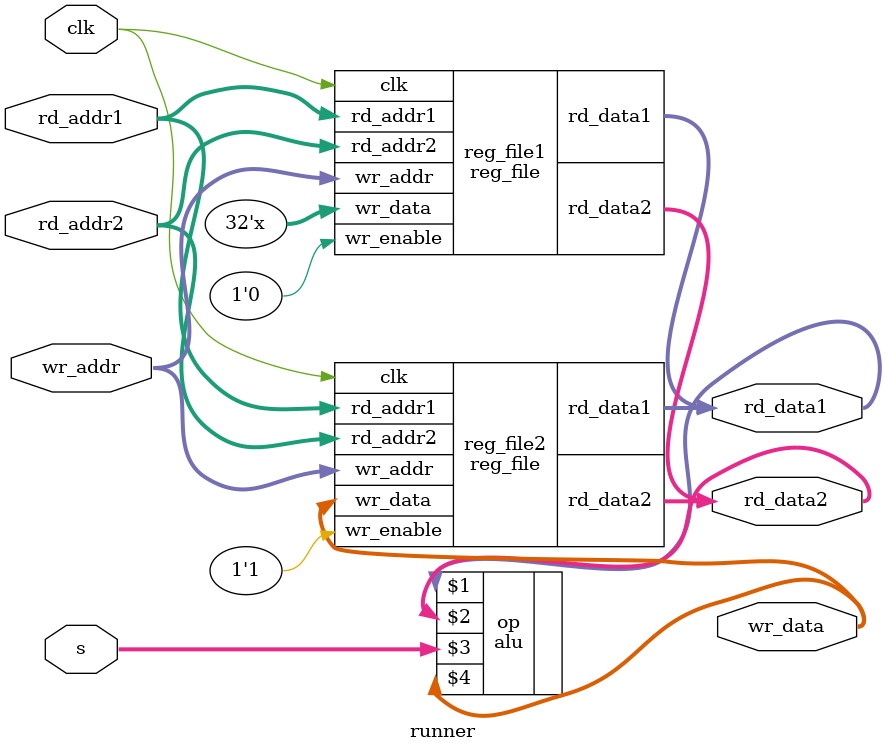
<source format=v>
`include "ALU.v"

module reg_file #(parameter  data_width = 32, parameter addr_width = 5)(input wr_enable, input [(addr_width - 1):0] wr_addr, rd_addr1, rd_addr2, input [(data_width - 1):0] wr_data, output [(data_width - 1):0] rd_data1, rd_data2, input clk);

    	// Instantiating a reg file 
	reg [(data_width - 1):0] reg_file [(data_width - 1):0];
    	integer i;
		assign rd_data1 = reg_file[rd_addr1];
		assign rd_data2 = reg_file[rd_addr2];

    	initial 
    	begin
        	for (i = 0; i < 32; i = i + 1) 
        	begin
        	    reg_file[i] = i * 2;
        	end
	end 

	always @(posedge clk) 
    	begin 
        	if (wr_enable) 
        	begin
        	    reg_file[wr_addr] = wr_data; 
        	end 
    	end
endmodule

module runner #(parameter  data_width = 32, parameter addr_width = 5)(input [(addr_width - 1):0] wr_addr, rd_addr1, rd_addr2, output [(data_width - 1):0] rd_data1, rd_data2, wr_data, input clk, input[1:0] s);

    	reg_file reg_file1 (1'b0, wr_addr, rd_addr1, rd_addr2, {data_width{1'bz}}, rd_data1, rd_data2, clk);
    	alu op (rd_data1, rd_data2, s, wr_data);
    	reg_file reg_file2 (1'b1, wr_addr, rd_addr1, rd_addr2, wr_data, rd_data1, rd_data2, clk);
endmodule

</source>
